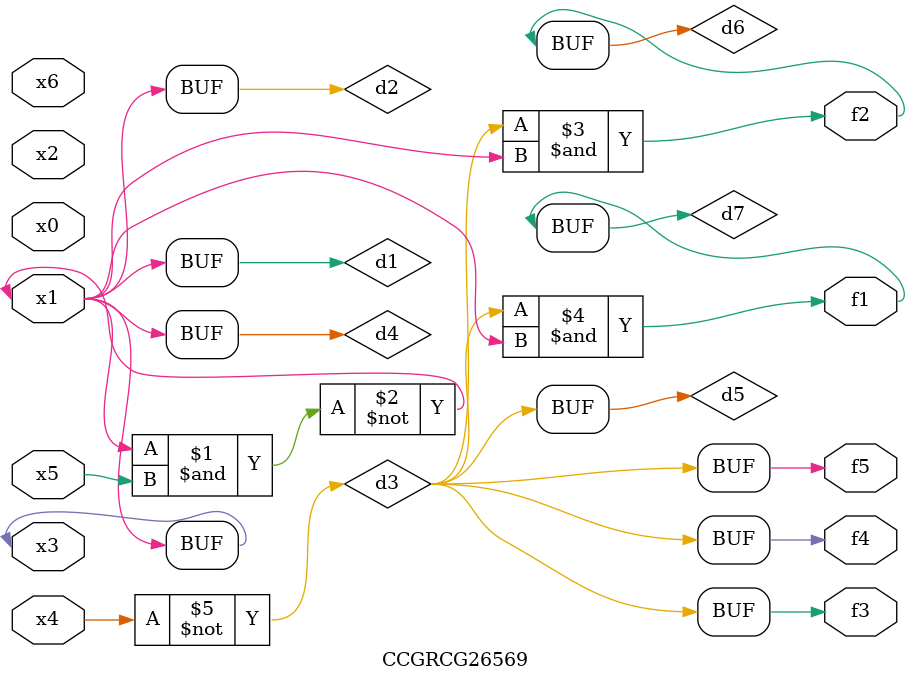
<source format=v>
module CCGRCG26569(
	input x0, x1, x2, x3, x4, x5, x6,
	output f1, f2, f3, f4, f5
);

	wire d1, d2, d3, d4, d5, d6, d7;

	buf (d1, x1, x3);
	nand (d2, x1, x5);
	not (d3, x4);
	buf (d4, d1, d2);
	buf (d5, d3);
	and (d6, d3, d4);
	and (d7, d3, d4);
	assign f1 = d7;
	assign f2 = d6;
	assign f3 = d5;
	assign f4 = d5;
	assign f5 = d5;
endmodule

</source>
